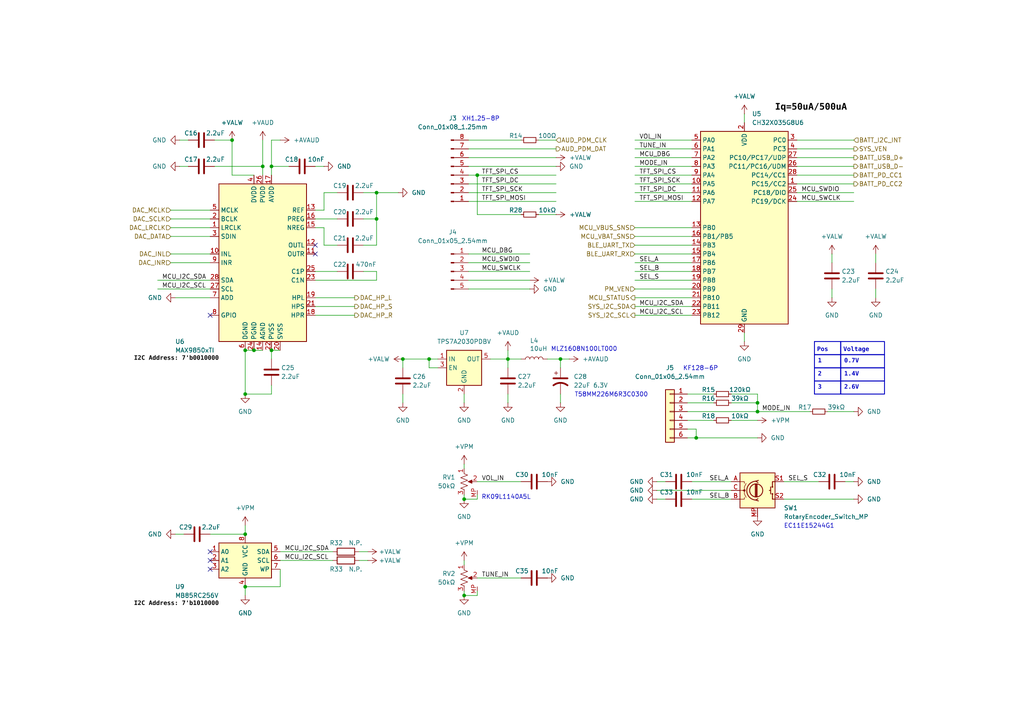
<source format=kicad_sch>
(kicad_sch (version 20250114) (generator "eeschema") (generator_version "9.0")
  (paper "A4")
  (lib_symbols
    (symbol "Amplifier_Audio:MAX9850xTI"
      (property "Reference" "U" (at 19.05 25.4 0))
      (property "Value" "MAX9850xTI" (at 16.51 27.94 0))
      (symbol "MAX9850xTI_1_1"
        (pin input line (at -15.24 15.24 0) (length 2.54) (name "MCLK") (number "5"))
        (pin bidirectional line (at -15.24 12.7 0) (length 2.54) (name "BCLK") (number "2"))
        (pin bidirectional line (at -15.24 10.16 0) (length 2.54) (name "LRCLK") (number "1"))
        (pin input line (at -15.24 7.62 0) (length 2.54) (name "SDIN") (number "3"))
        (pin input line (at -15.24 2.54 0) (length 2.54) (name "INL") (number "10"))
        (pin input line (at -15.24 0 0) (length 2.54) (name "INR") (number "9"))
        (pin bidirectional line (at -15.24 -5.08 0) (length 2.54) (name "SDA") (number "28"))
        (pin bidirectional line (at -15.24 -7.62 0) (length 2.54) (name "SCL") (number "27"))
        (pin input line (at -15.24 -10.16 0) (length 2.54) (name "ADD") (number "7"))
        (pin bidirectional line (at -15.24 -15.24 0) (length 2.54) (name "GPIO") (number "8"))
        (pin power_in line (at -5.08 -25.4 90) (length 2.54) (name "DGND") (number "6"))
        (pin power_in line (at -2.54 25.4 270) (length 2.54) (name "DVDD") (number "4"))
        (pin power_in line (at -2.54 -25.4 90) (length 2.54) (name "PGND") (number "24"))
        (pin power_in line (at 0 25.4 270) (length 2.54) (name "PVDD") (number "26"))
        (pin power_in line (at 0 -25.4 90) (length 2.54) (name "AGND") (number "14"))
        (pin passive line (at 0 -25.4 90) (length 2.54) (hide yes) (name "AGND") (number "29"))
        (pin power_in line (at 2.54 25.4 270) (length 2.54) (name "AVDD") (number "17"))
        (pin power_in line (at 2.54 -25.4 90) (length 2.54) (name "PVSS") (number "22"))
        (pin power_in line (at 5.08 -25.4 90) (length 2.54) (name "SVSS") (number "20"))
        (pin power_out line (at 15.24 15.24 180) (length 2.54) (name "REF") (number "13"))
        (pin power_out line (at 15.24 12.7 180) (length 2.54) (name "PREG") (number "16"))
        (pin power_out line (at 15.24 10.16 180) (length 2.54) (name "NREG") (number "15"))
        (pin output line (at 15.24 5.08 180) (length 2.54) (name "OUTL") (number "12"))
        (pin output line (at 15.24 2.54 180) (length 2.54) (name "OUTR") (number "11"))
        (pin passive line (at 15.24 -2.54 180) (length 2.54) (name "C1P") (number "25"))
        (pin passive line (at 15.24 -5.08 180) (length 2.54) (name "C1N") (number "23"))
        (pin output line (at 15.24 -10.16 180) (length 2.54) (name "HPL") (number "19"))
        (pin input line (at 15.24 -12.7 180) (length 2.54) (name "HPS") (number "21"))
        (pin output line (at 15.24 -15.24 180) (length 2.54) (name "HPR") (number "18"))
      )
    )
    (symbol "Connector:Conn_01x05_Pin" (pin_names (offset 1.016) (hide yes))
      (property "Reference" "J" (at 0 7.62 0))
      (property "Value" "Conn_01x05_Pin" (at 0 -7.62 0))
      (symbol "Conn_01x05_Pin_1_1"
        (pin passive line (at 5.08 5.08 180) (length 3.81) (name "Pin_1") (number "1"))
        (pin passive line (at 5.08 2.54 180) (length 3.81) (name "Pin_2") (number "2"))
        (pin passive line (at 5.08 0 180) (length 3.81) (name "Pin_3") (number "3"))
        (pin passive line (at 5.08 -2.54 180) (length 3.81) (name "Pin_4") (number "4"))
        (pin passive line (at 5.08 -5.08 180) (length 3.81) (name "Pin_5") (number "5"))
      )
    )
    (symbol "Connector:Conn_01x08_Pin" (pin_names (offset 1.016) (hide yes))
      (property "Reference" "J" (at 0 10.16 0))
      (property "Value" "Conn_01x08_Pin" (at 0 -12.7 0))
      (symbol "Conn_01x08_Pin_1_1"
        (pin passive line (at 5.08 7.62 180) (length 3.81) (name "Pin_1") (number "1"))
        (pin passive line (at 5.08 5.08 180) (length 3.81) (name "Pin_2") (number "2"))
        (pin passive line (at 5.08 2.54 180) (length 3.81) (name "Pin_3") (number "3"))
        (pin passive line (at 5.08 0 180) (length 3.81) (name "Pin_4") (number "4"))
        (pin passive line (at 5.08 -2.54 180) (length 3.81) (name "Pin_5") (number "5"))
        (pin passive line (at 5.08 -5.08 180) (length 3.81) (name "Pin_6") (number "6"))
        (pin passive line (at 5.08 -7.62 180) (length 3.81) (name "Pin_7") (number "7"))
        (pin passive line (at 5.08 -10.16 180) (length 3.81) (name "Pin_8") (number "8"))
      )
    )
    (symbol "Connector_Generic:Conn_01x06" (pin_names (offset 1.016) (hide yes))
      (property "Reference" "J" (at 0 7.62 0))
      (property "Value" "Conn_01x06" (at 0 -10.16 0))
      (symbol "Conn_01x06_1_1"
        (pin passive line (at -5.08 5.08 0) (length 3.81) (name "Pin_1") (number "1"))
        (pin passive line (at -5.08 2.54 0) (length 3.81) (name "Pin_2") (number "2"))
        (pin passive line (at -5.08 0 0) (length 3.81) (name "Pin_3") (number "3"))
        (pin passive line (at -5.08 -2.54 0) (length 3.81) (name "Pin_4") (number "4"))
        (pin passive line (at -5.08 -5.08 0) (length 3.81) (name "Pin_5") (number "5"))
        (pin passive line (at -5.08 -7.62 0) (length 3.81) (name "Pin_6") (number "6"))
      )
    )
    (symbol "Device:C" (pin_numbers (hide yes)) (pin_names (offset 0.254))
      (property "Reference" "C" (at 0.635 2.54 0))
      (property "Value" "C" (at 0.635 -2.54 0))
      (symbol "C_1_1"
        (pin passive line (at 0 3.81 270) (length 2.794) (name "~") (number "1"))
        (pin passive line (at 0 -3.81 90) (length 2.794) (name "~") (number "2"))
      )
    )
    (symbol "Device:C_Polarized_US" (pin_numbers (hide yes)) (pin_names (offset 0.254) (hide yes))
      (property "Reference" "C" (at 0.635 2.54 0))
      (property "Value" "C_Polarized_US" (at 0.635 -2.54 0))
      (symbol "C_Polarized_US_1_1"
        (pin passive line (at 0 3.81 270) (length 2.794) (name "~") (number "1"))
        (pin passive line (at 0 -3.81 90) (length 3.302) (name "~") (number "2"))
      )
    )
    (symbol "Device:L" (pin_numbers (hide yes)) (pin_names (offset 1.016) (hide yes))
      (property "Reference" "L" (at -1.27 0 90))
      (property "Value" "L" (at 1.905 0 90))
      (symbol "L_1_1"
        (pin passive line (at 0 3.81 270) (length 1.27) (name "1") (number "1"))
        (pin passive line (at 0 -3.81 90) (length 1.27) (name "2") (number "2"))
      )
    )
    (symbol "Device:R" (pin_numbers (hide yes)) (pin_names (offset 0))
      (property "Reference" "R" (at 2.032 0 90))
      (property "Value" "R" (at 0 0 90))
      (symbol "R_1_1"
        (pin passive line (at 0 3.81 270) (length 1.27) (name "~") (number "1"))
        (pin passive line (at 0 -3.81 90) (length 1.27) (name "~") (number "2"))
      )
    )
    (symbol "Device:R_Small" (pin_numbers (hide yes)) (pin_names (offset 0.254) (hide yes))
      (property "Reference" "R" (at 0.762 0.508 0))
      (property "Value" "R_Small" (at 0.762 -1.016 0))
      (symbol "R_Small_1_1"
        (pin passive line (at 0 2.54 270) (length 0.762) (name "~") (number "1"))
        (pin passive line (at 0 -2.54 90) (length 0.762) (name "~") (number "2"))
      )
    )
    (symbol "Device:RotaryEncoder_Switch_MP" (pin_names (offset 0.254) (hide yes))
      (property "Reference" "SW" (at 0 8.89 0))
      (property "Value" "RotaryEncoder_Switch_MP" (at 0 6.35 0))
      (symbol "RotaryEncoder_Switch_MP_1_1"
        (pin passive line (at -7.62 2.54 0) (length 2.54) (name "A") (number "A"))
        (pin passive line (at -7.62 0 0) (length 2.54) (name "C") (number "C"))
        (pin passive line (at -7.62 -2.54 0) (length 2.54) (name "B") (number "B"))
        (pin passive line (at 0 -7.62 90) (length 2.54) (name "MP") (number "MP"))
        (pin passive line (at 7.62 2.54 180) (length 2.54) (name "S1") (number "S1"))
        (pin passive line (at 7.62 -2.54 180) (length 2.54) (name "S2") (number "S2"))
      )
    )
    (symbol "MCU_WCH_CH32X0:CH32X035G8U6"
      (property "Reference" "U" (at -14.732 29.718 0))
      (property "Value" "CH32X035G8U6" (at 8.636 29.718 0))
      (symbol "CH32X035G8U6_0_0"
        (pin bidirectional line (at -15.24 25.4 0) (length 2.54) (name "PA0") (number "5"))
        (pin bidirectional line (at -15.24 22.86 0) (length 2.54) (name "PA1") (number "6"))
        (pin bidirectional line (at -15.24 20.32 0) (length 2.54) (name "PA2") (number "7"))
        (pin bidirectional line (at -15.24 17.78 0) (length 2.54) (name "PA3") (number "8"))
        (pin bidirectional line (at -15.24 15.24 0) (length 2.54) (name "PA4") (number "9"))
        (pin bidirectional line (at -15.24 12.7 0) (length 2.54) (name "PA5") (number "10"))
        (pin bidirectional line (at -15.24 10.16 0) (length 2.54) (name "PA6") (number "11"))
        (pin bidirectional line (at -15.24 7.62 0) (length 2.54) (name "PA7") (number "12"))
        (pin bidirectional line (at -15.24 0 0) (length 2.54) (name "PB0") (number "13"))
        (pin bidirectional line (at -15.24 -5.08 0) (length 2.54) (name "PB3") (number "14"))
        (pin bidirectional line (at -15.24 -7.62 0) (length 2.54) (name "PB4") (number "15"))
        (pin bidirectional line (at -15.24 -10.16 0) (length 2.54) (name "PB6") (number "17"))
        (pin bidirectional line (at -15.24 -12.7 0) (length 2.54) (name "PB7") (number "18"))
        (pin bidirectional line (at -15.24 -15.24 0) (length 2.54) (name "PB8") (number "19"))
        (pin bidirectional line (at -15.24 -17.78 0) (length 2.54) (name "PB9") (number "20"))
        (pin bidirectional line (at -15.24 -20.32 0) (length 2.54) (name "PB10") (number "21"))
        (pin bidirectional line (at -15.24 -22.86 0) (length 2.54) (name "PB11") (number "22"))
        (pin bidirectional line (at -15.24 -25.4 0) (length 2.54) (name "PB12") (number "23"))
        (pin power_in line (at 0 30.48 270) (length 2.54) (name "VDD") (number "2"))
        (pin power_in line (at 0 -30.48 90) (length 2.54) (name "GND") (number "29"))
        (pin bidirectional line (at 15.24 25.4 180) (length 2.54) (name "PC0") (number "3"))
        (pin bidirectional line (at 15.24 22.86 180) (length 2.54) (name "PC3") (number "4"))
        (pin bidirectional line (at 15.24 20.32 180) (length 2.54) (name "PC10/PC17/UDP") (number "27"))
        (pin bidirectional line (at 15.24 17.78 180) (length 2.54) (name "PC11/PC16/UDM") (number "26"))
        (pin bidirectional line (at 15.24 15.24 180) (length 2.54) (name "PC14/CC1") (number "28"))
        (pin bidirectional line (at 15.24 12.7 180) (length 2.54) (name "PC15/CC2") (number "1"))
        (pin bidirectional line (at 15.24 10.16 180) (length 2.54) (name "PC18/DIO") (number "25"))
        (pin bidirectional line (at 15.24 7.62 180) (length 2.54) (name "PC19/DCK") (number "24"))
      )
      (symbol "CH32X035G8U6_1_0"
        (pin bidirectional line (at -15.24 -2.54 0) (length 2.54) (name "PB1/PB5") (number "16"))
      )
    )
    (symbol "Memory_EEPROM:AT24CS01-SSHM"
      (property "Reference" "U" (at -7.62 6.35 0))
      (property "Value" "AT24CS01-SSHM" (at 2.54 -6.35 0))
      (symbol "AT24CS01-SSHM_1_1"
        (pin input line (at -10.16 2.54 0) (length 2.54) (name "A0") (number "1"))
        (pin input line (at -10.16 0 0) (length 2.54) (name "A1") (number "2"))
        (pin input line (at -10.16 -2.54 0) (length 2.54) (name "A2") (number "3"))
        (pin power_in line (at 0 7.62 270) (length 2.54) (name "VCC") (number "8"))
        (pin power_in line (at 0 -7.62 90) (length 2.54) (name "GND") (number "4"))
        (pin bidirectional line (at 10.16 2.54 180) (length 2.54) (name "SDA") (number "5"))
        (pin input line (at 10.16 0 180) (length 2.54) (name "SCL") (number "6"))
        (pin input line (at 10.16 -2.54 180) (length 2.54) (name "WP") (number "7"))
      )
    )
    (symbol "R_Potentiometer_US_1" (pin_names (offset 1.016) (hide yes))
      (property "Reference" "RV1" (at -2.54 1.2701 0))
      (property "Value" "50kΩ" (at -2.54 -1.2699 0))
      (symbol "R_Potentiometer_US_1_1_1"
        (pin passive line (at 0 3.81 270) (length 1.27) (name "1") (number "1"))
        (pin passive line (at 0 -3.81 90) (length 1.27) (name "3") (number "3"))
        (pin passive line (at 3.81 0 180) (length 1.27) (name "2") (number "2"))
        (pin passive line (at 3.81 -3.81 90) (length 1.27) (name "MP") (number "MP"))
      )
    )
    (symbol "Regulator_Linear:TPS7A0530PDBV"
      (property "Reference" "U" (at -3.81 6.35 0))
      (property "Value" "TPS7A0530PDBV" (at 6.35 6.35 0))
      (symbol "TPS7A0530PDBV_0_1"
        (pin power_in line (at -7.62 2.54 0) (length 2.54) (name "IN") (number "1"))
        (pin input line (at -7.62 0 0) (length 2.54) (name "EN") (number "3"))
        (pin power_in line (at 0 -7.62 90) (length 2.54) (name "GND") (number "2"))
        (pin no_connect line (at 5.08 0 180) (length 2.54) (hide yes) (name "NC") (number "4"))
        (pin power_out line (at 7.62 2.54 180) (length 2.54) (name "OUT") (number "5"))
      )
    )
    (symbol "power:+3.3VA" (power) (pin_numbers (hide yes)) (pin_names (offset 0) (hide yes))
      (property "Value" "+3.3VA" (at 0 3.556 0))
      (symbol "+3.3VA_1_1"
        (pin power_in line (at 0 0 90) (length 0) (name "~") (number "1"))
      )
    )
    (symbol "power:+3V3" (power) (pin_numbers (hide yes)) (pin_names (offset 0) (hide yes))
      (property "Value" "+3V3" (at 0 3.556 0))
      (symbol "+3V3_1_1"
        (pin power_in line (at 0 0 90) (length 0) (name "~") (number "1"))
      )
    )
    (symbol "power:+BATT" (power) (pin_numbers (hide yes)) (pin_names (offset 0) (hide yes))
      (property "Value" "+BATT" (at 0 3.556 0))
      (symbol "+BATT_1_1"
        (pin power_in line (at 0 0 90) (length 0) (name "~") (number "1"))
      )
    )
    (symbol "power:GND" (power) (pin_numbers (hide yes)) (pin_names (offset 0) (hide yes))
      (property "Value" "GND" (at 0 -3.81 0))
      (symbol "GND_1_1"
        (pin power_in line (at 0 0 270) (length 0) (name "~") (number "1"))
      )
    )
  )
  (rectangle (start 236.22 102.87) (end 243.84 106.68) (stroke (width 0.254)))
  (rectangle (start 236.22 106.68) (end 243.84 110.49) (stroke (width 0.254)))
  (rectangle (start 236.22 99.06) (end 243.84 102.87) (stroke (width 0.254)))
  (rectangle (start 243.84 102.87) (end 256.54 106.68) (stroke (width 0.254)))
  (rectangle (start 243.84 99.06) (end 256.54 102.87) (stroke (width 0.254)))
  (rectangle (start 243.84 110.49) (end 256.54 114.3) (stroke (width 0.254)))
  (rectangle (start 243.84 106.68) (end 256.54 110.49) (stroke (width 0.254)))
  (rectangle (start 236.22 110.49) (end 243.84 114.3) (stroke (width 0.254)))
  (text "T58MM226M6R3C0300" (at 166.624 114.554 0) (effects (font (size 1.27 1.27)) (justify left)))
  (text "Pos" (at 236.982 101.854 0) (effects (font (size 1.27 1.27) (thickness 0.254) (bold yes)) (justify left)))
  (text "Iq=50uA/500uA" (at 224.79 31.75 0) (effects (font (size 1.905 1.905) (thickness 0.508) (bold yes)) (justify left)))
  (text "RK09L1140A5L\n" (at 146.812 144.272 0) (effects (font (size 1.27 1.27))))
  (text "MLZ1608N100LT000" (at 169.418 101.346 0) (effects (font (size 1.27 1.27))))
  (text "0.7V" (at 244.856 105.156 0) (effects (font (size 1.27 1.27) (thickness 0.254) (bold yes)) (justify left)))
  (text "1.4V" (at 244.856 108.966 0) (effects (font (size 1.27 1.27) (thickness 0.254) (bold yes)) (justify left)))
  (text "XH1.25-8P" (at 139.446 34.544 0) (effects (font (size 1.27 1.27))))
  (text "2.6V" (at 244.856 112.776 0) (effects (font (size 1.27 1.27) (thickness 0.254) (bold yes)) (justify left)))
  (text "1" (at 237.236 105.156 0) (effects (font (size 1.27 1.27) (thickness 0.254) (bold yes)) (justify left)))
  (text "I2C Address: 7'b1010000" (at 38.862 175.514 0) (effects (font (size 1.27 1.27) (thickness 0.508) (bold yes)) (justify left)))
  (text "Voltage" (at 244.602 101.854 0) (effects (font (size 1.27 1.27) (thickness 0.254) (bold yes)) (justify left)))
  (text "I2C Address: 7'b0010000" (at 38.862 104.394 0) (effects (font (size 1.27 1.27) (thickness 0.508) (bold yes)) (justify left)))
  (text "3" (at 237.236 112.776 0) (effects (font (size 1.27 1.27) (thickness 0.254) (bold yes)) (justify left)))
  (text "KF128-6P" (at 203.2 106.934 0) (effects (font (size 1.27 1.27))))
  (text "EC11E15244G1" (at 234.696 152.654 0) (effects (font (size 1.27 1.27))))
  (text "2" (at 237.236 108.966 0) (effects (font (size 1.27 1.27) (thickness 0.254) (bold yes)) (justify left)))
  (junction (at 109.22 63.5))
  (junction (at 201.93 127))
  (junction (at 71.12 114.3))
  (junction (at 134.62 144.78))
  (junction (at 73.66 101.6))
  (junction (at 78.74 48.26))
  (junction (at 219.71 119.38))
  (junction (at 147.32 104.14))
  (junction (at 67.31 40.64))
  (junction (at 134.62 172.72))
  (junction (at 109.22 55.88))
  (junction (at 162.56 104.14))
  (junction (at 78.74 101.6))
  (junction (at 219.71 116.84))
  (junction (at 116.84 104.14))
  (junction (at 71.12 170.18))
  (junction (at 124.46 104.14))
  (junction (at 138.43 50.8))
  (junction (at 76.2 48.26))
  (junction (at 71.12 154.94))
  (junction (at 71.12 101.6))
  (no_connect (at 60.96 91.44))
  (no_connect (at 60.96 160.02))
  (no_connect (at 60.96 162.56))
  (no_connect (at 91.44 71.12))
  (no_connect (at 60.96 165.1))
  (no_connect (at 91.44 73.66))
  (wire (pts (xy 162.56 104.14) (xy 162.56 106.68)))
  (wire (pts (xy 49.53 66.04) (xy 60.96 66.04)))
  (wire (pts (xy 91.44 78.74) (xy 97.79 78.74)))
  (wire (pts (xy 91.44 48.26) (xy 93.98 48.26)))
  (wire (pts (xy 241.3 83.82) (xy 241.3 86.36)))
  (wire (pts (xy 104.14 160.02) (xy 106.68 160.02)))
  (wire (pts (xy 184.15 81.28) (xy 200.66 81.28)))
  (wire (pts (xy 105.41 71.12) (xy 109.22 71.12)))
  (wire (pts (xy 200.66 144.78) (xy 212.09 144.78)))
  (wire (pts (xy 138.43 62.23) (xy 138.43 50.8)))
  (wire (pts (xy 124.46 106.68) (xy 127 106.68)))
  (wire (pts (xy 81.28 170.18) (xy 81.28 165.1)))
  (wire (pts (xy 91.44 91.44) (xy 102.87 91.44)))
  (wire (pts (xy 215.9 33.02) (xy 215.9 35.56)))
  (wire (pts (xy 184.15 45.72) (xy 200.66 45.72)))
  (wire (pts (xy 50.8 86.36) (xy 60.96 86.36)))
  (wire (pts (xy 201.93 124.46) (xy 201.93 127)))
  (wire (pts (xy 52.07 40.64) (xy 54.61 40.64)))
  (wire (pts (xy 93.98 71.12) (xy 97.79 71.12)))
  (wire (pts (xy 135.89 50.8) (xy 138.43 50.8)))
  (wire (pts (xy 135.89 76.2) (xy 153.67 76.2)))
  (wire (pts (xy 93.98 60.96) (xy 91.44 60.96)))
  (wire (pts (xy 78.74 101.6) (xy 81.28 101.6)))
  (wire (pts (xy 184.15 88.9) (xy 200.66 88.9)))
  (wire (pts (xy 78.74 48.26) (xy 78.74 50.8)))
  (wire (pts (xy 254 73.66) (xy 254 76.2)))
  (wire (pts (xy 184.15 66.04) (xy 200.66 66.04)))
  (wire (pts (xy 134.62 143.51) (xy 134.62 144.78)))
  (wire (pts (xy 153.67 83.82) (xy 135.89 83.82)))
  (wire (pts (xy 135.89 73.66) (xy 153.67 73.66)))
  (wire (pts (xy 134.62 144.78) (xy 138.43 144.78)))
  (wire (pts (xy 76.2 40.64) (xy 76.2 48.26)))
  (wire (pts (xy 109.22 78.74) (xy 105.41 78.74)))
  (wire (pts (xy 184.15 58.42) (xy 200.66 58.42)))
  (wire (pts (xy 199.39 124.46) (xy 201.93 124.46)))
  (wire (pts (xy 135.89 43.18) (xy 161.29 43.18)))
  (wire (pts (xy 127 104.14) (xy 124.46 104.14)))
  (wire (pts (xy 219.71 114.3) (xy 219.71 116.84)))
  (wire (pts (xy 45.72 81.28) (xy 60.96 81.28)))
  (wire (pts (xy 184.15 78.74) (xy 200.66 78.74)))
  (wire (pts (xy 254 83.82) (xy 254 86.36)))
  (wire (pts (xy 71.12 101.6) (xy 73.66 101.6)))
  (wire (pts (xy 134.62 171.45) (xy 134.62 172.72)))
  (wire (pts (xy 184.15 53.34) (xy 200.66 53.34)))
  (wire (pts (xy 184.15 50.8) (xy 200.66 50.8)))
  (wire (pts (xy 67.31 50.8) (xy 67.31 40.64)))
  (wire (pts (xy 116.84 104.14) (xy 116.84 106.68)))
  (wire (pts (xy 199.39 121.92) (xy 207.01 121.92)))
  (wire (pts (xy 135.89 48.26) (xy 161.29 48.26)))
  (wire (pts (xy 190.5 144.78) (xy 193.04 144.78)))
  (wire (pts (xy 81.28 40.64) (xy 78.74 40.64)))
  (wire (pts (xy 52.07 48.26) (xy 54.61 48.26)))
  (wire (pts (xy 199.39 127) (xy 201.93 127)))
  (wire (pts (xy 134.62 172.72) (xy 138.43 172.72)))
  (wire (pts (xy 91.44 63.5) (xy 97.79 63.5)))
  (wire (pts (xy 147.32 114.3) (xy 147.32 116.84)))
  (wire (pts (xy 81.28 162.56) (xy 96.52 162.56)))
  (wire (pts (xy 212.09 114.3) (xy 219.71 114.3)))
  (wire (pts (xy 184.15 40.64) (xy 200.66 40.64)))
  (wire (pts (xy 76.2 48.26) (xy 76.2 50.8)))
  (wire (pts (xy 138.43 50.8) (xy 161.29 50.8)))
  (wire (pts (xy 247.65 45.72) (xy 231.14 45.72)))
  (wire (pts (xy 71.12 152.4) (xy 71.12 154.94)))
  (wire (pts (xy 49.53 76.2) (xy 60.96 76.2)))
  (wire (pts (xy 81.28 160.02) (xy 96.52 160.02)))
  (wire (pts (xy 71.12 114.3) (xy 78.74 114.3)))
  (wire (pts (xy 184.15 55.88) (xy 200.66 55.88)))
  (wire (pts (xy 231.14 55.88) (xy 247.65 55.88)))
  (wire (pts (xy 91.44 81.28) (xy 109.22 81.28)))
  (wire (pts (xy 135.89 40.64) (xy 151.13 40.64)))
  (wire (pts (xy 109.22 55.88) (xy 115.57 55.88)))
  (wire (pts (xy 231.14 58.42) (xy 247.65 58.42)))
  (wire (pts (xy 134.62 134.62) (xy 134.62 135.89)))
  (wire (pts (xy 104.14 162.56) (xy 106.68 162.56)))
  (wire (pts (xy 135.89 78.74) (xy 153.67 78.74)))
  (wire (pts (xy 78.74 101.6) (xy 78.74 104.14)))
  (wire (pts (xy 134.62 162.56) (xy 134.62 163.83)))
  (wire (pts (xy 93.98 55.88) (xy 97.79 55.88)))
  (wire (pts (xy 78.74 40.64) (xy 78.74 48.26)))
  (wire (pts (xy 49.53 63.5) (xy 60.96 63.5)))
  (wire (pts (xy 135.89 45.72) (xy 161.29 45.72)))
  (wire (pts (xy 91.44 88.9) (xy 102.87 88.9)))
  (wire (pts (xy 241.3 73.66) (xy 241.3 76.2)))
  (wire (pts (xy 93.98 66.04) (xy 93.98 71.12)))
  (wire (pts (xy 158.75 104.14) (xy 162.56 104.14)))
  (wire (pts (xy 227.33 144.78) (xy 247.65 144.78)))
  (wire (pts (xy 199.39 119.38) (xy 219.71 119.38)))
  (wire (pts (xy 135.89 55.88) (xy 161.29 55.88)))
  (wire (pts (xy 184.15 71.12) (xy 200.66 71.12)))
  (wire (pts (xy 93.98 55.88) (xy 93.98 60.96)))
  (wire (pts (xy 215.9 96.52) (xy 215.9 99.06)))
  (wire (pts (xy 91.44 66.04) (xy 93.98 66.04)))
  (wire (pts (xy 184.15 86.36) (xy 200.66 86.36)))
  (wire (pts (xy 91.44 86.36) (xy 102.87 86.36)))
  (wire (pts (xy 49.53 73.66) (xy 60.96 73.66)))
  (wire (pts (xy 201.93 127) (xy 219.71 127)))
  (wire (pts (xy 153.67 81.28) (xy 135.89 81.28)))
  (wire (pts (xy 200.66 139.7) (xy 212.09 139.7)))
  (wire (pts (xy 184.15 68.58) (xy 200.66 68.58)))
  (wire (pts (xy 199.39 114.3) (xy 207.01 114.3)))
  (wire (pts (xy 199.39 116.84) (xy 207.01 116.84)))
  (wire (pts (xy 105.41 63.5) (xy 109.22 63.5)))
  (wire (pts (xy 73.66 101.6) (xy 76.2 101.6)))
  (wire (pts (xy 116.84 104.14) (xy 124.46 104.14)))
  (wire (pts (xy 124.46 104.14) (xy 124.46 106.68)))
  (wire (pts (xy 49.53 68.58) (xy 60.96 68.58)))
  (wire (pts (xy 67.31 50.8) (xy 73.66 50.8)))
  (wire (pts (xy 190.5 139.7) (xy 193.04 139.7)))
  (wire (pts (xy 138.43 144.78) (xy 138.43 143.51)))
  (wire (pts (xy 60.96 154.94) (xy 71.12 154.94)))
  (wire (pts (xy 156.21 40.64) (xy 161.29 40.64)))
  (wire (pts (xy 190.5 142.24) (xy 212.09 142.24)))
  (wire (pts (xy 109.22 63.5) (xy 109.22 55.88)))
  (wire (pts (xy 135.89 53.34) (xy 161.29 53.34)))
  (wire (pts (xy 231.14 43.18) (xy 247.65 43.18)))
  (wire (pts (xy 184.15 91.44) (xy 200.66 91.44)))
  (wire (pts (xy 78.74 48.26) (xy 83.82 48.26)))
  (wire (pts (xy 62.23 48.26) (xy 76.2 48.26)))
  (wire (pts (xy 138.43 139.7) (xy 151.13 139.7)))
  (wire (pts (xy 219.71 116.84) (xy 219.71 119.38)))
  (wire (pts (xy 212.09 116.84) (xy 219.71 116.84)))
  (wire (pts (xy 240.03 119.38) (xy 247.65 119.38)))
  (wire (pts (xy 162.56 104.14) (xy 165.1 104.14)))
  (wire (pts (xy 105.41 55.88) (xy 109.22 55.88)))
  (wire (pts (xy 231.14 53.34) (xy 247.65 53.34)))
  (wire (pts (xy 45.72 83.82) (xy 60.96 83.82)))
  (wire (pts (xy 109.22 81.28) (xy 109.22 78.74)))
  (wire (pts (xy 156.21 62.23) (xy 161.29 62.23)))
  (wire (pts (xy 212.09 121.92) (xy 219.71 121.92)))
  (wire (pts (xy 184.15 76.2) (xy 200.66 76.2)))
  (wire (pts (xy 135.89 58.42) (xy 161.29 58.42)))
  (wire (pts (xy 138.43 172.72) (xy 138.43 171.45)))
  (wire (pts (xy 184.15 73.66) (xy 200.66 73.66)))
  (wire (pts (xy 71.12 172.72) (xy 71.12 170.18)))
  (wire (pts (xy 71.12 101.6) (xy 71.12 114.3)))
  (wire (pts (xy 134.62 116.84) (xy 134.62 114.3)))
  (wire (pts (xy 78.74 111.76) (xy 78.74 114.3)))
  (wire (pts (xy 147.32 104.14) (xy 147.32 106.68)))
  (wire (pts (xy 147.32 101.6) (xy 147.32 104.14)))
  (wire (pts (xy 184.15 43.18) (xy 200.66 43.18)))
  (wire (pts (xy 247.65 48.26) (xy 231.14 48.26)))
  (wire (pts (xy 109.22 71.12) (xy 109.22 63.5)))
  (wire (pts (xy 231.14 50.8) (xy 247.65 50.8)))
  (wire (pts (xy 138.43 167.64) (xy 151.13 167.64)))
  (wire (pts (xy 50.8 154.94) (xy 53.34 154.94)))
  (wire (pts (xy 49.53 60.96) (xy 60.96 60.96)))
  (wire (pts (xy 162.56 114.3) (xy 162.56 116.84)))
  (wire (pts (xy 184.15 48.26) (xy 200.66 48.26)))
  (wire (pts (xy 71.12 170.18) (xy 81.28 170.18)))
  (wire (pts (xy 62.23 40.64) (xy 67.31 40.64)))
  (wire (pts (xy 151.13 62.23) (xy 138.43 62.23)))
  (wire (pts (xy 219.71 119.38) (xy 234.95 119.38)))
  (wire (pts (xy 245.11 139.7) (xy 247.65 139.7)))
  (wire (pts (xy 147.32 104.14) (xy 151.13 104.14)))
  (wire (pts (xy 142.24 104.14) (xy 147.32 104.14)))
  (wire (pts (xy 227.33 139.7) (xy 237.49 139.7)))
  (wire (pts (xy 116.84 114.3) (xy 116.84 116.84)))
  (wire (pts (xy 184.15 83.82) (xy 200.66 83.82)))
  (wire (pts (xy 231.14 40.64) (xy 247.65 40.64)))
  (label "TFT_SPI_CS" (at 139.7 50.8 0))
  (label "MCU_I2C_SDA" (at 46.99 81.28 0))
  (label "MCU_SWCLK" (at 232.41 58.42 0))
  (label "SEL_B" (at 185.42 78.74 0))
  (label "TFT_SPI_SCK" (at 185.42 53.34 0))
  (label "TFT_SPI_SCK" (at 139.7 55.88 0))
  (label "VOL_IN" (at 139.7 139.7 0))
  (label "MCU_SWCLK" (at 139.7 78.74 0))
  (label "TUNE_IN" (at 185.42 43.18 0))
  (label "MCU_DBG" (at 185.42 45.72 0))
  (label "TFT_SPI_DC" (at 185.42 55.88 0))
  (label "MCU_SWDIO" (at 232.41 55.88 0))
  (label "MCU_I2C_SDA" (at 82.55 160.02 0))
  (label "MCU_I2C_SCL" (at 46.99 83.82 0))
  (label "MCU_I2C_SDA" (at 185.42 88.9 0))
  (label "SEL_A" (at 205.74 139.7 0))
  (label "TFT_SPI_DC" (at 139.7 53.34 0))
  (label "TFT_SPI_CS" (at 185.42 50.8 0))
  (label "TFT_SPI_MOSI" (at 185.42 58.42 0))
  (label "SEL_B" (at 205.74 144.78 0))
  (label "MODE_IN" (at 185.42 48.26 0))
  (label "TFT_SPI_MOSI" (at 139.7 58.42 0))
  (label "VOL_IN" (at 185.42 40.64 0))
  (label "TUNE_IN" (at 139.7 167.64 0))
  (label "SEL_S" (at 185.42 81.28 0))
  (label "SEL_A" (at 185.42 76.2 0))
  (label "SEL_S" (at 228.6 139.7 0))
  (label "MCU_SWDIO" (at 139.7 76.2 0))
  (label "MCU_DBG" (at 139.7 73.66 0))
  (label "MCU_I2C_SCL" (at 185.42 91.44 0))
  (label "MCU_I2C_SCL" (at 82.55 162.56 0))
  (label "MODE_IN" (at 220.98 119.38 0))
  (hierarchical_label "DAC_INR" (shape input) (at 49.53 76.2 180))
  (hierarchical_label "MCU_VBAT_SNS" (shape input) (at 184.15 68.58 180))
  (hierarchical_label "BATT_USB_D-" (shape output) (at 247.65 48.26 0))
  (hierarchical_label "BATT_USB_D+" (shape output) (at 247.65 45.72 0))
  (hierarchical_label "DAC_HP_L" (shape output) (at 102.87 86.36 0))
  (hierarchical_label "DAC_SCLK" (shape input) (at 49.53 63.5 180))
  (hierarchical_label "AUD_PDM_DAT" (shape output) (at 161.29 43.18 0))
  (hierarchical_label "AUD_PDM_CLK" (shape input) (at 161.29 40.64 0))
  (hierarchical_label "DAC_HP_R" (shape output) (at 102.87 91.44 0))
  (hierarchical_label "DAC_LRCLK" (shape input) (at 49.53 66.04 180))
  (hierarchical_label "MCU_STATUS" (shape output) (at 184.15 86.36 180))
  (hierarchical_label "DAC_INL" (shape input) (at 49.53 73.66 180))
  (hierarchical_label "DAC_HP_S" (shape output) (at 102.87 88.9 0))
  (hierarchical_label "DAC_MCLK" (shape input) (at 49.53 60.96 180))
  (hierarchical_label "PM_VEN" (shape input) (at 184.15 83.82 180))
  (hierarchical_label "BLE_UART_TX" (shape input) (at 184.15 71.12 180))
  (hierarchical_label "MCU_VBUS_SNS" (shape input) (at 184.15 66.04 180))
  (hierarchical_label "SYS_I2C_SDA" (shape output) (at 184.15 88.9 180))
  (hierarchical_label "BATT_PD_CC1" (shape output) (at 247.65 50.8 0))
  (hierarchical_label "BATT_I2C_INT" (shape input) (at 247.65 40.64 0))
  (hierarchical_label "BATT_PD_CC2" (shape output) (at 247.65 53.34 0))
  (hierarchical_label "DAC_DATA" (shape input) (at 49.53 68.58 180))
  (hierarchical_label "SYS_VEN" (shape output) (at 247.65 43.18 0))
  (hierarchical_label "BLE_UART_RX" (shape input) (at 184.15 73.66 180))
  (hierarchical_label "SYS_I2C_SCL" (shape output) (at 184.15 91.44 180))
  (symbol (lib_id "Device:RotaryEncoder_Switch_MP") (at 219.71 142.24 0) (unit 1)
    (property "Reference" "SW1" (at 227.33 147.32 0) (effects (justify left)))
    (property "Value" "RotaryEncoder_Switch_MP" (at 227.33 149.86 0) (effects (justify left)))
    (property "Footprint" "User:RotaryEncoder_Favor_FEC11_Vertical_H15mm" (effects (hide yes)))
    (property "Description" "Rotary encoder, dual channel, incremental quadrate outputs, with switch and MP Pin" (effects (hide yes)))
  )
  (symbol (lib_id "power:+3V3") (at 161.29 45.72 270) (unit 1)
    (property "Reference" "#PWR038" (effects (hide yes)))
    (property "Value" "+VALW" (at 165.1 45.7199 90) (effects (justify left)))
    (property "Description" "Power symbol creates a global label with name \"+3V3\"" (effects (hide yes)))
  )
  (symbol (lib_id "Device:C") (at 78.74 107.95 0) (unit 1)
    (property "Reference" "C25" (at 81.534 106.68 0) (effects (justify left)))
    (property "Value" "2.2uF" (at 81.534 109.22 0) (effects (justify left)))
    (property "Footprint" "Capacitor_SMD:C_0402_1005Metric" (effects (hide yes)))
    (property "Description" "Unpolarized capacitor" (effects (hide yes)))
  )
  (symbol (lib_id "Device:R") (at 100.33 162.56 90) (unit 1)
    (property "Reference" "R33" (at 97.536 165.1 90))
    (property "Value" "N.P." (at 103.124 165.1 90))
    (property "Footprint" "Resistor_SMD:R_0402_1005Metric" (effects (hide yes)))
    (property "Description" "Resistor" (effects (hide yes)))
  )
  (symbol (lib_id "power:GND") (at 190.5 142.24 270) (unit 1)
    (property "Reference" "#PWR069" (effects (hide yes)))
    (property "Value" "GND" (at 186.69 142.2399 90) (effects (justify right)))
    (property "Description" "Power symbol creates a global label with name \"GND\" , ground" (effects (hide yes)))
  )
  (symbol (lib_id "Device:C") (at 58.42 40.64 90) (unit 1)
    (property "Reference" "C16" (at 55.372 38.608 90))
    (property "Value" "2.2uF" (at 62.484 38.608 90))
    (property "Footprint" "Capacitor_SMD:C_0402_1005Metric" (effects (hide yes)))
    (property "Description" "Unpolarized capacitor" (effects (hide yes)))
  )
  (symbol (lib_id "Device:C") (at 57.15 154.94 90) (unit 1)
    (property "Reference" "C29" (at 53.848 152.908 90))
    (property "Value" "2.2uF" (at 61.214 152.908 90))
    (property "Footprint" "Capacitor_SMD:C_0402_1005Metric" (effects (hide yes)))
    (property "Description" "Unpolarized capacitor" (effects (hide yes)))
  )
  (symbol (lib_id "Amplifier_Audio:MAX9850xTI") (at 76.2 76.2 0) (unit 1)
    (property "Reference" "U6" (at 50.8 99.06 0) (effects (justify left)))
    (property "Value" "MAX9850xTI" (at 50.8 101.6 0) (effects (justify left)))
    (property "Footprint" "Package_DFN_QFN:TQFN-28-1EP_5x5mm_P0.5mm_EP3.25x3.25mm_ThermalVias" (effects (hide yes)))
    (property "Datasheet" "https://datasheets.maximintegrated.com/en/ds/MAX9850.pdf" (effects (hide yes)))
    (property "Description" "Stereo audio DAC with headphone amplifier, TQFN-28" (effects (hide yes)))
  )
  (symbol (lib_id "power:GND") (at 116.84 116.84 0) (unit 1)
    (property "Reference" "#PWR055" (effects (hide yes)))
    (property "Value" "GND" (at 116.84 121.92 0))
    (property "Description" "Power symbol creates a global label with name \"GND\" , ground" (effects (hide yes)))
  )
  (symbol (lib_id "power:GND") (at 115.57 55.88 90) (unit 1)
    (property "Reference" "#PWR042" (effects (hide yes)))
    (property "Value" "GND" (at 119.38 55.8799 90) (effects (justify right)))
    (property "Description" "Power symbol creates a global label with name \"GND\" , ground" (effects (hide yes)))
  )
  (symbol (lib_id "power:GND") (at 247.65 144.78 90) (unit 1)
    (property "Reference" "#PWR072" (effects (hide yes)))
    (property "Value" "GND" (at 251.46 144.7799 90) (effects (justify right)))
    (property "Description" "Power symbol creates a global label with name \"GND\" , ground" (effects (hide yes)))
  )
  (symbol (lib_id "Device:C") (at 154.94 167.64 90) (unit 1)
    (property "Reference" "C35" (at 151.384 165.608 90))
    (property "Value" "10nF" (at 159.512 165.608 90))
    (property "Footprint" "Capacitor_SMD:C_0402_1005Metric" (effects (hide yes)))
    (property "Description" "Unpolarized capacitor" (effects (hide yes)))
  )
  (symbol (lib_id "Device:C") (at 241.3 80.01 0) (unit 1)
    (property "Reference" "C23" (at 244.094 78.74 0) (effects (justify left)))
    (property "Value" "2.2uF" (at 244.094 81.28 0) (effects (justify left)))
    (property "Footprint" "Capacitor_SMD:C_0402_1005Metric" (effects (hide yes)))
    (property "Description" "Unpolarized capacitor" (effects (hide yes)))
  )
  (symbol (lib_id "Device:C") (at 154.94 139.7 90) (unit 1)
    (property "Reference" "C30" (at 151.384 137.668 90))
    (property "Value" "10nF" (at 159.512 137.668 90))
    (property "Footprint" "Capacitor_SMD:C_0402_1005Metric" (effects (hide yes)))
    (property "Description" "Unpolarized capacitor" (effects (hide yes)))
  )
  (symbol (lib_id "Device:R_Small") (at 153.67 62.23 90) (unit 1)
    (property "Reference" "R28" (at 149.606 60.96 90))
    (property "Value" "10kΩ" (at 158.75 60.96 90))
    (property "Footprint" "Resistor_SMD:R_0402_1005Metric" (effects (hide yes)))
    (property "Description" "Resistor, small symbol" (effects (hide yes)))
  )
  (symbol (lib_id "power:GND") (at 52.07 48.26 270) (unit 1)
    (property "Reference" "#PWR039" (effects (hide yes)))
    (property "Value" "GND" (at 48.26 48.2599 90) (effects (justify right)))
    (property "Description" "Power symbol creates a global label with name \"GND\" , ground" (effects (hide yes)))
  )
  (symbol (lib_id "power:GND") (at 219.71 127 90) (unit 1)
    (property "Reference" "#PWR061" (effects (hide yes)))
    (property "Value" "GND" (at 223.52 126.9999 90) (effects (justify right)))
    (property "Description" "Power symbol creates a global label with name \"GND\" , ground" (effects (hide yes)))
  )
  (symbol (lib_id "power:GND") (at 247.65 139.7 90) (unit 1)
    (property "Reference" "#PWR067" (effects (hide yes)))
    (property "Value" "GND" (at 251.46 139.6999 90) (effects (justify right)))
    (property "Description" "Power symbol creates a global label with name \"GND\" , ground" (effects (hide yes)))
  )
  (symbol (lib_id "Device:C") (at 101.6 63.5 90) (unit 1)
    (property "Reference" "C20" (at 98.552 61.468 90))
    (property "Value" "2.2uF" (at 105.664 61.468 90))
    (property "Footprint" "Capacitor_SMD:C_0402_1005Metric" (effects (hide yes)))
    (property "Description" "Unpolarized capacitor" (effects (hide yes)))
  )
  (symbol (lib_id "power:+3V3") (at 67.31 40.64 0) (unit 1)
    (property "Reference" "#PWR035" (effects (hide yes)))
    (property "Value" "+VALW" (at 67.31 35.56 0))
    (property "Description" "Power symbol creates a global label with name \"+3V3\"" (effects (hide yes)))
  )
  (symbol (lib_id "Device:C_Polarized_US") (at 162.56 110.49 0) (unit 1)
    (property "Reference" "C28" (at 166.37 109.22 0) (effects (justify left)))
    (property "Value" "22uF 6.3V" (at 166.37 111.76 0) (effects (justify left)))
    (property "Footprint" "Capacitor_Tantalum_SMD:CP_EIA-1608-08_AVX-J" (effects (hide yes)))
    (property "Description" "Polarized capacitor, US symbol" (effects (hide yes)))
  )
  (symbol (lib_id "power:+3V3") (at 254 73.66 0) (unit 1)
    (property "Reference" "#PWR044" (effects (hide yes)))
    (property "Value" "+VALW" (at 254 68.58 0))
    (property "Description" "Power symbol creates a global label with name \"+3V3\"" (effects (hide yes)))
  )
  (symbol (lib_id "Device:C") (at 254 80.01 0) (unit 1)
    (property "Reference" "C24" (at 256.794 78.74 0) (effects (justify left)))
    (property "Value" "2.2uF" (at 256.794 81.28 0) (effects (justify left)))
    (property "Footprint" "Capacitor_SMD:C_0402_1005Metric" (effects (hide yes)))
    (property "Description" "Unpolarized capacitor" (effects (hide yes)))
  )
  (symbol (lib_id "Connector:Conn_01x05_Pin") (at 130.81 78.74 0) (unit 1)
    (property "Reference" "J4" (at 131.318 67.31 0))
    (property "Value" "Conn_01x05_2.54mm" (at 131.318 69.85 0))
    (property "Footprint" "Connector_PinHeader_2.54mm:PinHeader_1x05_P2.54mm_Vertical" (effects (hide yes)))
    (property "Description" "Generic connector, single row, 01x05, script generated" (effects (hide yes)))
  )
  (symbol (lib_id "Device:C") (at 101.6 78.74 90) (unit 1)
    (property "Reference" "C22" (at 98.552 76.708 90))
    (property "Value" "470nF" (at 106.172 76.708 90))
    (property "Footprint" "Capacitor_SMD:C_0402_1005Metric" (effects (hide yes)))
    (property "Description" "Unpolarized capacitor" (effects (hide yes)))
  )
  (symbol (lib_id "Device:R") (at 100.33 160.02 90) (unit 1)
    (property "Reference" "R32" (at 97.536 157.48 90))
    (property "Value" "N.P." (at 103.124 157.48 90))
    (property "Footprint" "Resistor_SMD:R_0402_1005Metric" (effects (hide yes)))
    (property "Description" "Resistor" (effects (hide yes)))
  )
  (symbol (lib_id "power:+3.3VA") (at 81.28 40.64 270) (unit 1)
    (property "Reference" "#PWR037" (effects (hide yes)))
    (property "Value" "+AVAUD" (at 85.09 40.6399 90) (effects (justify left)))
    (property "Description" "Power symbol creates a global label with name \"+3.3VA\"" (effects (hide yes)))
  )
  (symbol (lib_id "power:GND") (at 147.32 116.84 0) (unit 1)
    (property "Reference" "#PWR057" (effects (hide yes)))
    (property "Value" "GND" (at 147.32 121.92 0))
    (property "Description" "Power symbol creates a global label with name \"GND\" , ground" (effects (hide yes)))
  )
  (symbol (lib_id "power:GND") (at 153.67 83.82 90) (mirror x) (unit 1)
    (property "Reference" "#PWR046" (effects (hide yes)))
    (property "Value" "GND" (at 157.48 83.8199 90) (effects (justify right)))
    (property "Description" "Power symbol creates a global label with name \"GND\" , ground" (effects (hide yes)))
  )
  (symbol (lib_id "power:+3V3") (at 161.29 62.23 270) (unit 1)
    (property "Reference" "#PWR064" (effects (hide yes)))
    (property "Value" "+VALW" (at 165.1 62.2299 90) (effects (justify left)))
    (property "Description" "Power symbol creates a global label with name \"+3V3\"" (effects (hide yes)))
  )
  (symbol (lib_id "Device:C") (at 196.85 144.78 90) (unit 1)
    (property "Reference" "C33" (at 193.294 142.748 90))
    (property "Value" "10nF" (at 201.422 142.748 90))
    (property "Footprint" "Capacitor_SMD:C_0402_1005Metric" (effects (hide yes)))
    (property "Description" "Unpolarized capacitor" (effects (hide yes)))
  )
  (symbol (lib_id "power:+3V3") (at 116.84 104.14 90) (unit 1)
    (property "Reference" "#PWR052" (effects (hide yes)))
    (property "Value" "+VALW" (at 113.03 104.1399 90) (effects (justify left)))
    (property "Description" "Power symbol creates a global label with name \"+3V3\"" (effects (hide yes)))
  )
  (symbol (lib_id "power:GND") (at 161.29 48.26 90) (unit 1)
    (property "Reference" "#PWR041" (effects (hide yes)))
    (property "Value" "GND" (at 165.1 48.2599 90) (effects (justify right)))
    (property "Description" "Power symbol creates a global label with name \"GND\" , ground" (effects (hide yes)))
  )
  (symbol (lib_id "power:GND") (at 254 86.36 0) (unit 1)
    (property "Reference" "#PWR049" (effects (hide yes)))
    (property "Value" "GND" (at 254 91.44 0))
    (property "Description" "Power symbol creates a global label with name \"GND\" , ground" (effects (hide yes)))
  )
  (symbol (lib_id "Device:C") (at 58.42 48.26 90) (unit 1)
    (property "Reference" "C17" (at 55.372 46.228 90))
    (property "Value" "2.2uF" (at 62.484 46.228 90))
    (property "Footprint" "Capacitor_SMD:C_0402_1005Metric" (effects (hide yes)))
    (property "Description" "Unpolarized capacitor" (effects (hide yes)))
  )
  (symbol (lib_id "Device:C") (at 101.6 71.12 90) (unit 1)
    (property "Reference" "C21" (at 98.552 69.088 90))
    (property "Value" "2.2uF" (at 105.664 69.088 90))
    (property "Footprint" "Capacitor_SMD:C_0402_1005Metric" (effects (hide yes)))
    (property "Description" "Unpolarized capacitor" (effects (hide yes)))
  )
  (symbol (lib_id "power:GND") (at 219.71 149.86 0) (unit 1)
    (property "Reference" "#PWR073" (effects (hide yes)))
    (property "Value" "GND" (at 219.71 154.94 0))
    (property "Description" "Power symbol creates a global label with name \"GND\" , ground" (effects (hide yes)))
  )
  (symbol (lib_id "power:GND") (at 241.3 86.36 0) (unit 1)
    (property "Reference" "#PWR048" (effects (hide yes)))
    (property "Value" "GND" (at 241.3 91.44 0))
    (property "Description" "Power symbol creates a global label with name \"GND\" , ground" (effects (hide yes)))
  )
  (symbol (lib_id "Device:C") (at 196.85 139.7 90) (unit 1)
    (property "Reference" "C31" (at 193.294 137.668 90))
    (property "Value" "10nF" (at 201.422 137.668 90))
    (property "Footprint" "Capacitor_SMD:C_0402_1005Metric" (effects (hide yes)))
    (property "Description" "Unpolarized capacitor" (effects (hide yes)))
  )
  (symbol (lib_id "Device:R_Small") (at 209.55 121.92 90) (unit 1)
    (property "Reference" "R18" (at 205.486 120.65 90))
    (property "Value" "10kΩ" (at 214.63 120.65 90))
    (property "Footprint" "Resistor_SMD:R_0402_1005Metric" (effects (hide yes)))
    (property "Description" "Resistor, small symbol" (effects (hide yes)))
  )
  (symbol (lib_id "power:GND") (at 134.62 172.72 0) (unit 1)
    (property "Reference" "#PWR079" (effects (hide yes)))
    (property "Value" "GND" (at 134.62 177.8 0))
    (property "Description" "Power symbol creates a global label with name \"GND\" , ground" (effects (hide yes)))
  )
  (symbol (lib_id "Device:C") (at 241.3 139.7 90) (unit 1)
    (property "Reference" "C32" (at 237.744 137.668 90))
    (property "Value" "10nF" (at 245.872 137.668 90))
    (property "Footprint" "Capacitor_SMD:C_0402_1005Metric" (effects (hide yes)))
    (property "Description" "Unpolarized capacitor" (effects (hide yes)))
  )
  (symbol (lib_id "power:GND") (at 71.12 172.72 0) (unit 1)
    (property "Reference" "#PWR029" (effects (hide yes)))
    (property "Value" "GND" (at 71.12 177.8 0))
    (property "Description" "Power symbol creates a global label with name \"GND\" , ground" (effects (hide yes)))
  )
  (symbol (lib_id "Regulator_Linear:TPS7A0530PDBV") (at 134.62 106.68 0) (unit 1)
    (property "Reference" "U7" (at 134.62 96.52 0))
    (property "Value" "TPS7A2030PDBV" (at 134.62 99.06 0))
    (property "Footprint" "Package_TO_SOT_SMD:SOT-23-5" (effects (hide yes)))
    (property "Datasheet" "https://www.ti.com/lit/ds/symlink/tps7a05.pdf" (effects (hide yes)))
    (property "Description" "200-mA Ultra-Low-Iq LDO, 3.0V, SOT-23-5" (effects (hide yes)))
  )
  (symbol (lib_id "Device:R_Small") (at 237.49 119.38 90) (unit 1)
    (property "Reference" "R17" (at 233.426 118.11 90))
    (property "Value" "39kΩ" (at 242.57 118.11 90))
    (property "Footprint" "Resistor_SMD:R_0402_1005Metric" (effects (hide yes)))
    (property "Description" "Resistor, small symbol" (effects (hide yes)))
  )
  (symbol (lib_id "power:GND") (at 134.62 116.84 0) (unit 1)
    (property "Reference" "#PWR056" (effects (hide yes)))
    (property "Value" "GND" (at 134.62 121.92 0))
    (property "Description" "Power symbol creates a global label with name \"GND\" , ground" (effects (hide yes)))
  )
  (symbol (lib_id "Device:C") (at 87.63 48.26 90) (unit 1)
    (property "Reference" "C18" (at 84.582 46.228 90))
    (property "Value" "10nF" (at 91.694 46.228 90))
    (property "Footprint" "Capacitor_SMD:C_0402_1005Metric" (effects (hide yes)))
    (property "Description" "Unpolarized capacitor" (effects (hide yes)))
  )
  (symbol (lib_id "Device:R_Small") (at 153.67 40.64 90) (unit 1)
    (property "Reference" "R14" (at 149.606 39.37 90))
    (property "Value" "100Ω" (at 158.75 39.37 90))
    (property "Footprint" "Resistor_SMD:R_0402_1005Metric" (effects (hide yes)))
    (property "Description" "Resistor, small symbol" (effects (hide yes)))
  )
  (symbol (lib_id "power:+3V3") (at 241.3 73.66 0) (unit 1)
    (property "Reference" "#PWR043" (effects (hide yes)))
    (property "Value" "+VALW" (at 241.3 68.58 0))
    (property "Description" "Power symbol creates a global label with name \"+3V3\"" (effects (hide yes)))
  )
  (symbol (lib_id "power:GND") (at 71.12 114.3 0) (unit 1)
    (property "Reference" "#PWR054" (effects (hide yes)))
    (property "Value" "GND" (at 71.12 119.38 0))
    (property "Description" "Power symbol creates a global label with name \"GND\" , ground" (effects (hide yes)))
  )
  (symbol (lib_id "power:+3V3") (at 106.68 162.56 270) (unit 1)
    (property "Reference" "#PWR0114" (effects (hide yes)))
    (property "Value" "+VALW" (at 109.855 162.5599 90) (effects (justify left)))
    (property "Description" "Power symbol creates a global label with name \"+3V3\"" (effects (hide yes)))
  )
  (symbol (lib_id "Connector_Generic:Conn_01x06") (at 194.31 119.38 0) (mirror y) (unit 1)
    (property "Reference" "J5" (at 194.31 106.68 0))
    (property "Value" "Conn_01x06_2.54mm" (at 194.31 109.22 0))
    (property "Footprint" "Connector_PinSocket_2.54mm:PinSocket_1x06_P2.54mm_Vertical" (effects (hide yes)))
    (property "Description" "Generic connector, single row, 01x06, script generated (kicad-library-utils/schlib/autogen/connector/)" (effects (hide yes)))
  )
  (symbol (lib_id "power:GND") (at 50.8 154.94 270) (unit 1)
    (property "Reference" "#PWR075" (effects (hide yes)))
    (property "Value" "GND" (at 46.99 154.9399 90) (effects (justify right)))
    (property "Description" "Power symbol creates a global label with name \"GND\" , ground" (effects (hide yes)))
  )
  (symbol (lib_id "power:GND") (at 190.5 139.7 270) (unit 1)
    (property "Reference" "#PWR066" (effects (hide yes)))
    (property "Value" "GND" (at 186.69 139.6999 90) (effects (justify right)))
    (property "Description" "Power symbol creates a global label with name \"GND\" , ground" (effects (hide yes)))
  )
  (symbol (lib_id "power:GND") (at 162.56 116.84 0) (unit 1)
    (property "Reference" "#PWR058" (effects (hide yes)))
    (property "Value" "GND" (at 162.56 121.92 0))
    (property "Description" "Power symbol creates a global label with name \"GND\" , ground" (effects (hide yes)))
  )
  (symbol (lib_id "power:+3V3") (at 153.67 81.28 270) (mirror x) (unit 1)
    (property "Reference" "#PWR045" (effects (hide yes)))
    (property "Value" "+VALW" (at 157.48 81.2799 90) (effects (justify left)))
    (property "Description" "Power symbol creates a global label with name \"+3V3\"" (effects (hide yes)))
  )
  (symbol (lib_id "MCU_WCH_CH32X0:CH32X035G8U6") (at 215.9 66.04 0) (unit 1)
    (property "Reference" "U5" (at 218.0941 33.02 0) (effects (justify left)))
    (property "Value" "CH32X035G8U6" (at 218.0941 35.56 0) (effects (justify left)))
    (property "Footprint" "Package_DFN_QFN:QFN-28-1EP_4x4mm_P0.4mm_EP2.7x2.7mm" (effects (hide yes)))
    (property "Datasheet" "https://www.wch-ic.com/downloads/CH32X035DS0_PDF.html" (effects (hide yes)))
    (property "Description" "48MHz RISC-V MCU with USB PD phy (Sink, Source, DRP), USB 2.0 Full speed phy (Host, Device), 20KB RAM, 62KB Flash, QFN-28" (effects (hide yes)))
  )
  (symbol (lib_id "power:+BATT") (at 134.62 162.56 0) (unit 1)
    (property "Reference" "#PWR0134" (effects (hide yes)))
    (property "Value" "+VPM" (at 134.62 157.48 0))
    (property "Description" "Power symbol creates a global label with name \"+BATT\"" (effects (hide yes)))
  )
  (symbol (lib_name "R_Potentiometer_US_1") (lib_id "Device:R_Potentiometer_US") (at 134.62 139.7 0) (unit 1)
    (property "Reference" "RV1" (at 132.08 138.4299 0) (effects (justify right)))
    (property "Value" "50kΩ" (at 132.08 140.9699 0) (effects (justify right)))
    (property "Footprint" "User:Potentiometer_Alpha_RD901F-40-00D_Single_Vertical" (effects (hide yes)))
    (property "Description" "Potentiometer, US symbol" (effects (hide yes)))
  )
  (symbol (lib_id "power:+3V3") (at 147.32 101.6 0) (unit 1)
    (property "Reference" "#PWR051" (effects (hide yes)))
    (property "Value" "+VAUD" (at 147.32 96.52 0))
    (property "Description" "Power symbol creates a global label with name \"+3V3\"" (effects (hide yes)))
  )
  (symbol (lib_id "power:GND") (at 247.65 119.38 90) (unit 1)
    (property "Reference" "#PWR059" (effects (hide yes)))
    (property "Value" "GND" (at 251.46 119.3799 90) (effects (justify right)))
    (property "Description" "Power symbol creates a global label with name \"GND\" , ground" (effects (hide yes)))
  )
  (symbol (lib_id "power:GND") (at 52.07 40.64 270) (unit 1)
    (property "Reference" "#PWR034" (effects (hide yes)))
    (property "Value" "GND" (at 48.26 40.6399 90) (effects (justify right)))
    (property "Description" "Power symbol creates a global label with name \"GND\" , ground" (effects (hide yes)))
  )
  (symbol (lib_id "power:+3V3") (at 215.9 33.02 0) (unit 1)
    (property "Reference" "#PWR033" (effects (hide yes)))
    (property "Value" "+VALW" (at 215.9 27.94 0))
    (property "Description" "Power symbol creates a global label with name \"+3V3\"" (effects (hide yes)))
  )
  (symbol (lib_name "R_Potentiometer_US_1") (lib_id "Device:R_Potentiometer_US") (at 134.62 167.64 0) (unit 1)
    (property "Reference" "RV2" (at 132.08 166.3699 0) (effects (justify right)))
    (property "Value" "50kΩ" (at 132.08 168.9099 0) (effects (justify right)))
    (property "Footprint" "User:Potentiometer_Alpha_RD901F-40-00D_Single_Vertical" (effects (hide yes)))
    (property "Description" "Potentiometer, US symbol" (effects (hide yes)))
  )
  (symbol (lib_id "power:+3.3VA") (at 76.2 40.64 0) (unit 1)
    (property "Reference" "#PWR036" (effects (hide yes)))
    (property "Value" "+VAUD" (at 76.2 35.56 0))
    (property "Description" "Power symbol creates a global label with name \"+3.3VA\"" (effects (hide yes)))
  )
  (symbol (lib_id "power:+BATT") (at 134.62 134.62 0) (unit 1)
    (property "Reference" "#PWR0123" (effects (hide yes)))
    (property "Value" "+VPM" (at 134.62 129.54 0))
    (property "Description" "Power symbol creates a global label with name \"+BATT\"" (effects (hide yes)))
  )
  (symbol (lib_id "power:GND") (at 134.62 144.78 0) (unit 1)
    (property "Reference" "#PWR070" (effects (hide yes)))
    (property "Value" "GND" (at 134.62 149.86 0))
    (property "Description" "Power symbol creates a global label with name \"GND\" , ground" (effects (hide yes)))
  )
  (symbol (lib_id "Device:C") (at 101.6 55.88 90) (unit 1)
    (property "Reference" "C19" (at 98.552 53.848 90))
    (property "Value" "2.2uF" (at 105.664 53.848 90))
    (property "Footprint" "Capacitor_SMD:C_0402_1005Metric" (effects (hide yes)))
    (property "Description" "Unpolarized capacitor" (effects (hide yes)))
  )
  (symbol (lib_id "Device:C") (at 116.84 110.49 0) (unit 1)
    (property "Reference" "C26" (at 119.634 109.22 0) (effects (justify left)))
    (property "Value" "2.2uF" (at 119.634 111.76 0) (effects (justify left)))
    (property "Footprint" "Capacitor_SMD:C_0402_1005Metric" (effects (hide yes)))
    (property "Description" "Unpolarized capacitor" (effects (hide yes)))
  )
  (symbol (lib_id "power:GND") (at 158.75 139.7 90) (unit 1)
    (property "Reference" "#PWR065" (effects (hide yes)))
    (property "Value" "GND" (at 162.56 139.6999 90) (effects (justify right)))
    (property "Description" "Power symbol creates a global label with name \"GND\" , ground" (effects (hide yes)))
  )
  (symbol (lib_id "Device:L") (at 154.94 104.14 90) (unit 1)
    (property "Reference" "L4" (at 154.94 98.806 90))
    (property "Value" "10uH" (at 156.21 101.092 90))
    (property "Footprint" "Inductor_SMD:L_0603_1608Metric" (effects (hide yes)))
    (property "Description" "Inductor" (effects (hide yes)))
  )
  (symbol (lib_id "Device:R_Small") (at 209.55 114.3 90) (unit 1)
    (property "Reference" "R15" (at 205.486 113.03 90))
    (property "Value" "120kΩ" (at 214.63 113.03 90))
    (property "Footprint" "Resistor_SMD:R_0402_1005Metric" (effects (hide yes)))
    (property "Description" "Resistor, small symbol" (effects (hide yes)))
  )
  (symbol (lib_id "Memory_EEPROM:AT24CS01-SSHM") (at 71.12 162.56 0) (unit 1)
    (property "Reference" "U9" (at 50.8 170.18 0) (effects (justify left)))
    (property "Value" "MB85RC256V" (at 50.8 172.72 0) (effects (justify left)))
    (property "Footprint" "Package_SO:SOIC-8_3.9x4.9mm_P1.27mm" (effects (hide yes)))
    (property "Datasheet" "http://ww1.microchip.com/downloads/en/DeviceDoc/Atmel-8815-SEEPROM-AT24CS01-02-Datasheet.pdf" (effects (hide yes)))
    (property "Description" "I2C Serial EEPROM, 1Kb (128x8) with Unique Serial Number, SO8" (effects (hide yes)))
  )
  (symbol (lib_id "power:+3.3VA") (at 165.1 104.14 270) (unit 1)
    (property "Reference" "#PWR053" (effects (hide yes)))
    (property "Value" "+AVAUD" (at 168.91 104.1399 90) (effects (justify left)))
    (property "Description" "Power symbol creates a global label with name \"+3.3VA\"" (effects (hide yes)))
  )
  (symbol (lib_id "power:+BATT") (at 71.12 152.4 0) (unit 1)
    (property "Reference" "#PWR0141" (effects (hide yes)))
    (property "Value" "+VPM" (at 71.12 147.32 0))
    (property "Description" "Power symbol creates a global label with name \"+BATT\"" (effects (hide yes)))
  )
  (symbol (lib_id "Device:C") (at 147.32 110.49 0) (unit 1)
    (property "Reference" "C27" (at 150.114 109.22 0) (effects (justify left)))
    (property "Value" "2.2uF" (at 150.114 111.76 0) (effects (justify left)))
    (property "Footprint" "Capacitor_SMD:C_0402_1005Metric" (effects (hide yes)))
    (property "Description" "Unpolarized capacitor" (effects (hide yes)))
  )
  (symbol (lib_id "power:GND") (at 93.98 48.26 90) (unit 1)
    (property "Reference" "#PWR040" (effects (hide yes)))
    (property "Value" "GND" (at 97.79 48.2599 90) (effects (justify right)))
    (property "Description" "Power symbol creates a global label with name \"GND\" , ground" (effects (hide yes)))
  )
  (symbol (lib_id "power:GND") (at 50.8 86.36 270) (unit 1)
    (property "Reference" "#PWR047" (effects (hide yes)))
    (property "Value" "GND" (at 46.99 86.3599 90) (effects (justify right)))
    (property "Description" "Power symbol creates a global label with name \"GND\" , ground" (effects (hide yes)))
  )
  (symbol (lib_id "power:GND") (at 158.75 167.64 90) (unit 1)
    (property "Reference" "#PWR077" (effects (hide yes)))
    (property "Value" "GND" (at 162.56 167.6399 90) (effects (justify right)))
    (property "Description" "Power symbol creates a global label with name \"GND\" , ground" (effects (hide yes)))
  )
  (symbol (lib_id "power:+3V3") (at 106.68 160.02 270) (unit 1)
    (property "Reference" "#PWR0113" (effects (hide yes)))
    (property "Value" "+VALW" (at 109.855 160.0199 90) (effects (justify left)))
    (property "Description" "Power symbol creates a global label with name \"+3V3\"" (effects (hide yes)))
  )
  (symbol (lib_id "power:GND") (at 190.5 144.78 270) (unit 1)
    (property "Reference" "#PWR071" (effects (hide yes)))
    (property "Value" "GND" (at 186.69 144.7799 90) (effects (justify right)))
    (property "Description" "Power symbol creates a global label with name \"GND\" , ground" (effects (hide yes)))
  )
  (symbol (lib_id "Connector:Conn_01x08_Pin") (at 130.81 50.8 0) (mirror x) (unit 1)
    (property "Reference" "J3" (at 131.318 34.29 0))
    (property "Value" "Conn_01x08_1.25mm" (at 131.318 36.83 0))
    (property "Footprint" "Connector_Molex:Molex_PicoBlade_53047-0810_1x08_P1.25mm_Vertical" (effects (hide yes)))
    (property "Description" "Generic connector, single row, 01x08, script generated" (effects (hide yes)))
  )
  (symbol (lib_id "power:GND") (at 215.9 99.06 0) (unit 1)
    (property "Reference" "#PWR050" (effects (hide yes)))
    (property "Value" "GND" (at 215.9 104.14 0))
    (property "Description" "Power symbol creates a global label with name \"GND\" , ground" (effects (hide yes)))
  )
  (symbol (lib_id "Device:R_Small") (at 209.55 116.84 90) (unit 1)
    (property "Reference" "R16" (at 205.486 115.57 90))
    (property "Value" "39kΩ" (at 214.63 115.57 90))
    (property "Footprint" "Resistor_SMD:R_0402_1005Metric" (effects (hide yes)))
    (property "Description" "Resistor, small symbol" (effects (hide yes)))
  )
  (symbol (lib_id "power:+BATT") (at 219.71 121.92 270) (unit 1)
    (property "Reference" "#PWR0139" (effects (hide yes)))
    (property "Value" "+VPM" (at 223.52 121.9199 90) (effects (justify left)))
    (property "Description" "Power symbol creates a global label with name \"+BATT\"" (effects (hide yes)))
  )
)
</source>
